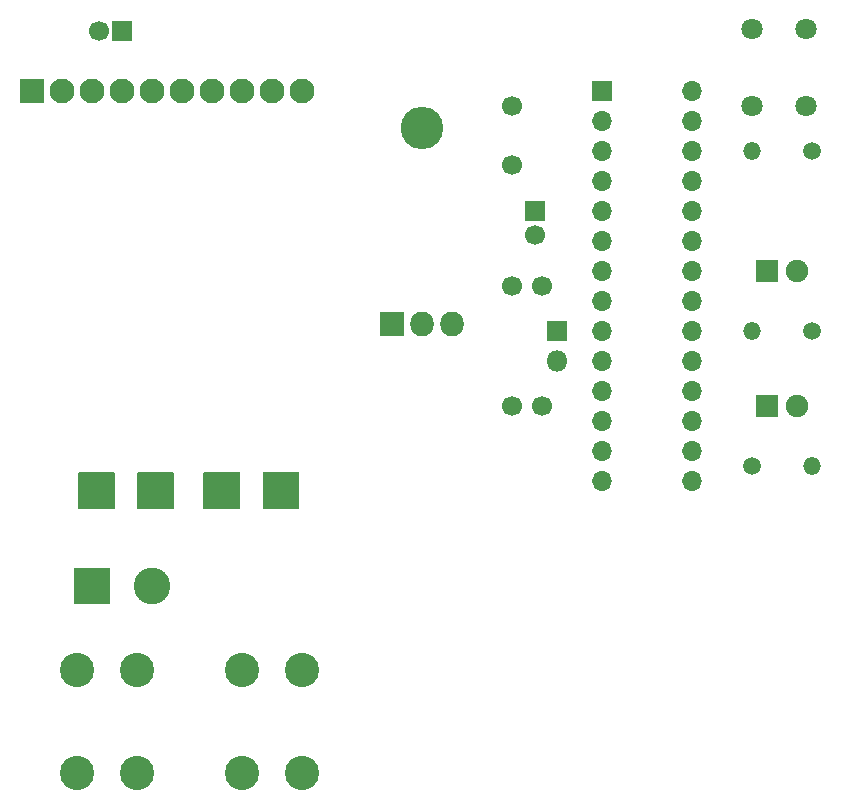
<source format=gbr>
%TF.GenerationSoftware,KiCad,Pcbnew,(5.1.6)-1*%
%TF.CreationDate,2020-09-25T14:13:56-07:00*%
%TF.ProjectId,Main Board,4d61696e-2042-46f6-9172-642e6b696361,rev?*%
%TF.SameCoordinates,Original*%
%TF.FileFunction,Soldermask,Bot*%
%TF.FilePolarity,Negative*%
%FSLAX46Y46*%
G04 Gerber Fmt 4.6, Leading zero omitted, Abs format (unit mm)*
G04 Created by KiCad (PCBNEW (5.1.6)-1) date 2020-09-25 14:13:56*
%MOMM*%
%LPD*%
G01*
G04 APERTURE LIST*
%ADD10C,1.700000*%
%ADD11R,1.700000X1.700000*%
%ADD12C,1.900000*%
%ADD13R,1.900000X1.900000*%
%ADD14R,3.100000X3.100000*%
%ADD15C,3.100000*%
%ADD16C,2.900000*%
%ADD17C,0.100000*%
%ADD18R,2.100000X2.100000*%
%ADD19C,2.100000*%
%ADD20C,1.500000*%
%ADD21O,1.500000X1.500000*%
%ADD22C,1.800000*%
%ADD23O,3.600000X3.600000*%
%ADD24R,2.005000X2.100000*%
%ADD25O,2.005000X2.100000*%
%ADD26O,1.700000X1.700000*%
%ADD27R,1.800000X1.800000*%
%ADD28O,1.800000X1.800000*%
G04 APERTURE END LIST*
D10*
%TO.C,C3*%
X102830000Y-97790000D03*
X100330000Y-97790000D03*
%TD*%
%TO.C,C4*%
X100330000Y-107950000D03*
X102830000Y-107950000D03*
%TD*%
%TO.C,C5*%
X102235000Y-93440000D03*
D11*
X102235000Y-91440000D03*
%TD*%
%TO.C,C6*%
X67310000Y-76200000D03*
D10*
X65310000Y-76200000D03*
%TD*%
D12*
%TO.C,D1*%
X124460000Y-107950000D03*
D13*
X121920000Y-107950000D03*
%TD*%
%TO.C,D2*%
X121920000Y-96520000D03*
D12*
X124460000Y-96520000D03*
%TD*%
D14*
%TO.C,F1*%
X64770000Y-123190000D03*
D15*
X69850000Y-123190000D03*
%TD*%
D10*
%TO.C,F2*%
X100330000Y-82550000D03*
X100330000Y-87550000D03*
%TD*%
D16*
%TO.C,J1*%
X63500000Y-130270000D03*
X68580000Y-130270000D03*
X63500000Y-138970000D03*
X68580000Y-138970000D03*
%TD*%
D17*
%TO.C,J7*%
G36*
X66669039Y-116619755D02*
G01*
X66666194Y-116629134D01*
X66661573Y-116637779D01*
X66655355Y-116645355D01*
X66647779Y-116651573D01*
X66639134Y-116656194D01*
X66629755Y-116659039D01*
X66620000Y-116660000D01*
X63620000Y-116660000D01*
X63610245Y-116659039D01*
X63600866Y-116656194D01*
X63592221Y-116651573D01*
X63584645Y-116645355D01*
X63578427Y-116637779D01*
X63573806Y-116629134D01*
X63570961Y-116619755D01*
X63570000Y-116610000D01*
X63570000Y-113610000D01*
X63570961Y-113600245D01*
X63573806Y-113590866D01*
X63578427Y-113582221D01*
X63584645Y-113574645D01*
X63592221Y-113568427D01*
X63600866Y-113563806D01*
X63610245Y-113560961D01*
X63620000Y-113560000D01*
X66620000Y-113560000D01*
X66629755Y-113560961D01*
X66639134Y-113563806D01*
X66647779Y-113568427D01*
X66655355Y-113574645D01*
X66661573Y-113582221D01*
X66666194Y-113590866D01*
X66669039Y-113600245D01*
X66670000Y-113610000D01*
X66670000Y-116610000D01*
X66669039Y-116619755D01*
G37*
G36*
X71669039Y-116619755D02*
G01*
X71666194Y-116629134D01*
X71661573Y-116637779D01*
X71655355Y-116645355D01*
X71647779Y-116651573D01*
X71639134Y-116656194D01*
X71629755Y-116659039D01*
X71620000Y-116660000D01*
X68620000Y-116660000D01*
X68610245Y-116659039D01*
X68600866Y-116656194D01*
X68592221Y-116651573D01*
X68584645Y-116645355D01*
X68578427Y-116637779D01*
X68573806Y-116629134D01*
X68570961Y-116619755D01*
X68570000Y-116610000D01*
X68570000Y-113610000D01*
X68570961Y-113600245D01*
X68573806Y-113590866D01*
X68578427Y-113582221D01*
X68584645Y-113574645D01*
X68592221Y-113568427D01*
X68600866Y-113563806D01*
X68610245Y-113560961D01*
X68620000Y-113560000D01*
X71620000Y-113560000D01*
X71629755Y-113560961D01*
X71639134Y-113563806D01*
X71647779Y-113568427D01*
X71655355Y-113574645D01*
X71661573Y-113582221D01*
X71666194Y-113590866D01*
X71669039Y-113600245D01*
X71670000Y-113610000D01*
X71670000Y-116610000D01*
X71669039Y-116619755D01*
G37*
G36*
X77269039Y-116619755D02*
G01*
X77266194Y-116629134D01*
X77261573Y-116637779D01*
X77255355Y-116645355D01*
X77247779Y-116651573D01*
X77239134Y-116656194D01*
X77229755Y-116659039D01*
X77220000Y-116660000D01*
X74220000Y-116660000D01*
X74210245Y-116659039D01*
X74200866Y-116656194D01*
X74192221Y-116651573D01*
X74184645Y-116645355D01*
X74178427Y-116637779D01*
X74173806Y-116629134D01*
X74170961Y-116619755D01*
X74170000Y-116610000D01*
X74170000Y-113610000D01*
X74170961Y-113600245D01*
X74173806Y-113590866D01*
X74178427Y-113582221D01*
X74184645Y-113574645D01*
X74192221Y-113568427D01*
X74200866Y-113563806D01*
X74210245Y-113560961D01*
X74220000Y-113560000D01*
X77220000Y-113560000D01*
X77229755Y-113560961D01*
X77239134Y-113563806D01*
X77247779Y-113568427D01*
X77255355Y-113574645D01*
X77261573Y-113582221D01*
X77266194Y-113590866D01*
X77269039Y-113600245D01*
X77270000Y-113610000D01*
X77270000Y-116610000D01*
X77269039Y-116619755D01*
G37*
G36*
X82269039Y-116619755D02*
G01*
X82266194Y-116629134D01*
X82261573Y-116637779D01*
X82255355Y-116645355D01*
X82247779Y-116651573D01*
X82239134Y-116656194D01*
X82229755Y-116659039D01*
X82220000Y-116660000D01*
X79220000Y-116660000D01*
X79210245Y-116659039D01*
X79200866Y-116656194D01*
X79192221Y-116651573D01*
X79184645Y-116645355D01*
X79178427Y-116637779D01*
X79173806Y-116629134D01*
X79170961Y-116619755D01*
X79170000Y-116610000D01*
X79170000Y-113610000D01*
X79170961Y-113600245D01*
X79173806Y-113590866D01*
X79178427Y-113582221D01*
X79184645Y-113574645D01*
X79192221Y-113568427D01*
X79200866Y-113563806D01*
X79210245Y-113560961D01*
X79220000Y-113560000D01*
X82220000Y-113560000D01*
X82229755Y-113560961D01*
X82239134Y-113563806D01*
X82247779Y-113568427D01*
X82255355Y-113574645D01*
X82261573Y-113582221D01*
X82266194Y-113590866D01*
X82269039Y-113600245D01*
X82270000Y-113610000D01*
X82270000Y-116610000D01*
X82269039Y-116619755D01*
G37*
D18*
X59690000Y-81280000D03*
D19*
X62230000Y-81280000D03*
X64770000Y-81280000D03*
X67310000Y-81280000D03*
X69850000Y-81280000D03*
X72390000Y-81280000D03*
X74930000Y-81280000D03*
X77470000Y-81280000D03*
X80010000Y-81280000D03*
X82550000Y-81280000D03*
%TD*%
D16*
%TO.C,J8*%
X82550000Y-138970000D03*
X77470000Y-138970000D03*
X82550000Y-130270000D03*
X77470000Y-130270000D03*
%TD*%
D20*
%TO.C,R1*%
X125730000Y-86360000D03*
D21*
X120650000Y-86360000D03*
%TD*%
%TO.C,R2*%
X125730000Y-113030000D03*
D20*
X120650000Y-113030000D03*
%TD*%
%TO.C,R3*%
X125730000Y-101600000D03*
D21*
X120650000Y-101600000D03*
%TD*%
D22*
%TO.C,SW1*%
X125150000Y-76050000D03*
X125150000Y-82550000D03*
X120650000Y-76050000D03*
X120650000Y-82550000D03*
%TD*%
D23*
%TO.C,U1*%
X92710000Y-84355001D03*
D24*
X90170000Y-101015001D03*
D25*
X92710000Y-101015001D03*
X95250000Y-101015001D03*
%TD*%
D11*
%TO.C,U2*%
X107950000Y-81280000D03*
D26*
X115570000Y-114300000D03*
X107950000Y-83820000D03*
X115570000Y-111760000D03*
X107950000Y-86360000D03*
X115570000Y-109220000D03*
X107950000Y-88900000D03*
X115570000Y-106680000D03*
X107950000Y-91440000D03*
X115570000Y-104140000D03*
X107950000Y-93980000D03*
X115570000Y-101600000D03*
X107950000Y-96520000D03*
X115570000Y-99060000D03*
X107950000Y-99060000D03*
X115570000Y-96520000D03*
X107950000Y-101600000D03*
X115570000Y-93980000D03*
X107950000Y-104140000D03*
X115570000Y-91440000D03*
X107950000Y-106680000D03*
X115570000Y-88900000D03*
X107950000Y-109220000D03*
X115570000Y-86360000D03*
X107950000Y-111760000D03*
X115570000Y-83820000D03*
X107950000Y-114300000D03*
X115570000Y-81280000D03*
%TD*%
D27*
%TO.C,Y1*%
X104140000Y-101600000D03*
D28*
X104140000Y-104140000D03*
%TD*%
M02*

</source>
